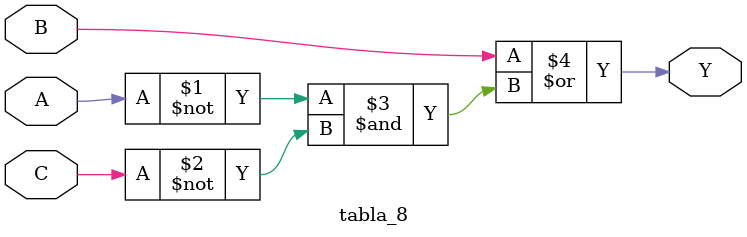
<source format=v>
module tabla_8(input wire A,B,C, output wire Y);

  assign Y = (B) | (~A & ~C);
              
endmodule



</source>
